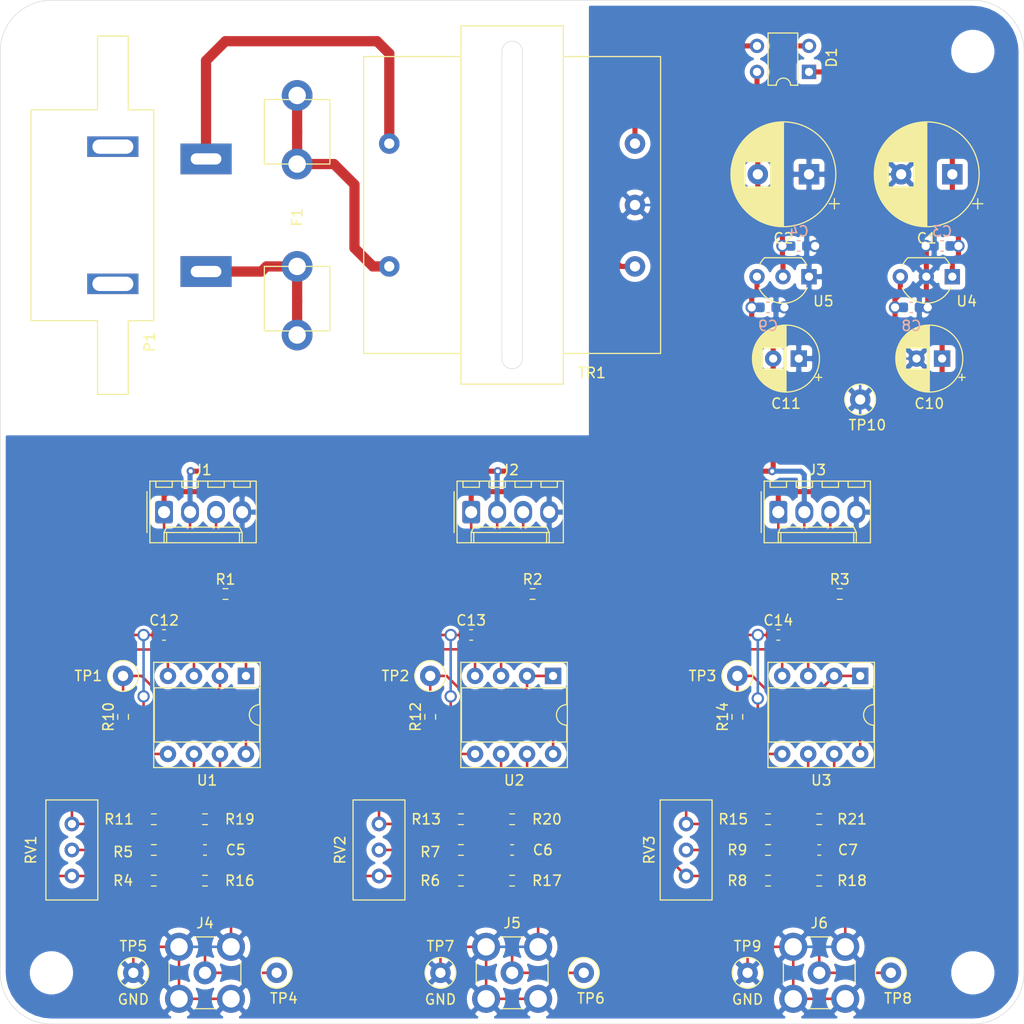
<source format=kicad_pcb>
(kicad_pcb (version 20171130) (host pcbnew "(5.1.10)-1")
  (layers (0 F.Cu signal) (31 B.Cu signal) (34 B.Paste user) (35 F.Paste user) (36 B.SilkS user) (37 F.SilkS user) (38 B.Mask user) (39 F.Mask user) (44 Edge.Cuts user))
  (net 0 "")
  (net 1 "Net-(C1-Pad1)")
  (net 2 GND)
  (net 3 "Net-(C2-Pad2)")
  (net 4 "Net-(C5-Pad2)")
  (net 5 "Net-(C5-Pad1)")
  (net 6 "Net-(C6-Pad2)")
  (net 7 "Net-(C6-Pad1)")
  (net 8 "Net-(C7-Pad1)")
  (net 9 "Net-(C7-Pad2)")
  (net 10 +15V)
  (net 11 -15V)
  (net 12 "Net-(D1-Pad2)")
  (net 13 "Net-(D1-Pad3)")
  (net 14 "Net-(F1-Pad2)")
  (net 15 "Net-(F1-Pad1)")
  (net 16 "Net-(J1-Pad3)")
  (net 17 "Net-(J2-Pad3)")
  (net 18 "Net-(J3-Pad3)")
  (net 19 "Net-(P1-Pad2)")
  (net 20 "Net-(R11-Pad2)")
  (net 21 "Net-(R13-Pad2)")
  (net 22 "Net-(R15-Pad2)")
  (net 23 "Net-(R10-Pad2)")
  (net 24 "Net-(R10-Pad1)")
  (net 25 "Net-(R12-Pad2)")
  (net 26 "Net-(R12-Pad1)")
  (net 27 "Net-(R14-Pad1)")
  (net 28 "Net-(R14-Pad2)")
  (module Package_DIP:DIP-8_W7.62mm_Socket (layer F.Cu) (at 74 116 270)
    (fp_text reference U1 (at 10.2 3.8 180) (layer F.SilkS))
    (fp_text value NJM4580)
    (pad 8 thru_hole oval (at 7.62 0 270) (size 1.6 1.6) (drill 0.8) (layers *.Cu *.Mask) (net 10 +15V))
    (pad 4 thru_hole oval (at 0 7.62 270) (size 1.6 1.6) (drill 0.8) (layers *.Cu *.Mask) (net 11 -15V))
    (pad 7 thru_hole oval (at 7.62 2.54 270) (size 1.6 1.6) (drill 0.8) (layers *.Cu *.Mask) (net 5 "Net-(C5-Pad1)"))
    (pad 3 thru_hole oval (at 0 5.08 270) (size 1.6 1.6) (drill 0.8) (layers *.Cu *.Mask) (net 16 "Net-(J1-Pad3)"))
    (pad 6 thru_hole oval (at 7.62 5.08 270) (size 1.6 1.6) (drill 0.8) (layers *.Cu *.Mask) (net 4 "Net-(C5-Pad2)"))
    (pad 2 thru_hole oval (at 0 2.54 270) (size 1.6 1.6) (drill 0.8) (layers *.Cu *.Mask) (net 23 "Net-(R10-Pad2)"))
    (pad 5 thru_hole oval (at 7.62 7.62 270) (size 1.6 1.6) (drill 0.8) (layers *.Cu *.Mask) (net 24 "Net-(R10-Pad1)"))
    (pad 1 thru_hole rect (at 0 0 270) (size 1.6 1.6) (drill 0.8) (layers *.Cu *.Mask) (net 23 "Net-(R10-Pad2)"))
  )
  (module Capacitor_THT:CP_Radial_D10.0mm_P5.00mm (layer F.Cu) (at 143 67 180)
    (fp_text reference C1 (at 2.5 -6.25) (layer F.SilkS))
    (fp_text value 1000u)
    (pad 1 thru_hole rect (at 0 0 180) (size 2 2) (drill 1) (layers *.Cu *.Mask) (net 1 "Net-(C1-Pad1)"))
    (pad 2 thru_hole circle (at 5 0 180) (size 2 2) (drill 1) (layers *.Cu *.Mask) (net 2 GND))
  )
  (module Capacitor_THT:CP_Radial_D10.0mm_P5.00mm (layer F.Cu) (at 129 67 180)
    (fp_text reference C2 (at 2.5 -6.25) (layer F.SilkS))
    (fp_text value 1000u)
    (pad 2 thru_hole circle (at 5 0 180) (size 2 2) (drill 1) (layers *.Cu *.Mask) (net 3 "Net-(C2-Pad2)"))
    (pad 1 thru_hole rect (at 0 0 180) (size 2 2) (drill 1) (layers *.Cu *.Mask) (net 2 GND))
  )
  (module Capacitor_SMD:C_0603_1608Metric (layer B.Cu) (at 142 74 180)
    (fp_text reference C3 (at 0 1.43) (layer B.SilkS) (effects (justify mirror)))
    (fp_text value 0.1u)
    (pad 1 smd roundrect (at -0.775 0 180) (size 0.9 0.95) (layers B.Cu B.Paste B.Mask) (net 1 "Net-(C1-Pad1)"))
    (pad 2 smd roundrect (at 0.775 0 180) (size 0.9 0.95) (layers B.Cu B.Paste B.Mask) (net 2 GND))
  )
  (module Capacitor_SMD:C_0603_1608Metric (layer B.Cu) (at 128 74 180)
    (fp_text reference C4 (at 0 1.43) (layer B.SilkS) (effects (justify mirror)))
    (fp_text value 0.1u)
    (pad 1 smd roundrect (at -0.775 0 180) (size 0.9 0.95) (layers B.Cu B.Paste B.Mask) (net 2 GND))
    (pad 2 smd roundrect (at 0.775 0 180) (size 0.9 0.95) (layers B.Cu B.Paste B.Mask) (net 3 "Net-(C2-Pad2)"))
  )
  (module Capacitor_SMD:C_0603_1608Metric (layer F.Cu) (at 70 133 180)
    (fp_text reference C5 (at -3 0) (layer F.SilkS))
    (fp_text value 0.01u)
    (pad 2 smd roundrect (at 0.775 0 180) (size 0.9 0.95) (layers F.Cu F.Paste F.Mask) (net 4 "Net-(C5-Pad2)"))
    (pad 1 smd roundrect (at -0.775 0 180) (size 0.9 0.95) (layers F.Cu F.Paste F.Mask) (net 5 "Net-(C5-Pad1)"))
  )
  (module Capacitor_SMD:C_0603_1608Metric (layer F.Cu) (at 100 133 180)
    (fp_text reference C6 (at -3 0) (layer F.SilkS))
    (fp_text value 0.01u)
    (pad 2 smd roundrect (at 0.775 0 180) (size 0.9 0.95) (layers F.Cu F.Paste F.Mask) (net 6 "Net-(C6-Pad2)"))
    (pad 1 smd roundrect (at -0.775 0 180) (size 0.9 0.95) (layers F.Cu F.Paste F.Mask) (net 7 "Net-(C6-Pad1)"))
  )
  (module Capacitor_SMD:C_0603_1608Metric (layer F.Cu) (at 130 133 180)
    (fp_text reference C7 (at -2.8 0) (layer F.SilkS))
    (fp_text value 0.01u)
    (pad 1 smd roundrect (at -0.775 0 180) (size 0.9 0.95) (layers F.Cu F.Paste F.Mask) (net 8 "Net-(C7-Pad1)"))
    (pad 2 smd roundrect (at 0.775 0 180) (size 0.9 0.95) (layers F.Cu F.Paste F.Mask) (net 9 "Net-(C7-Pad2)"))
  )
  (module Capacitor_SMD:C_0603_1608Metric (layer B.Cu) (at 139 80)
    (fp_text reference C8 (at 0 1.8) (layer B.SilkS) (effects (justify mirror)))
    (fp_text value 0.1u)
    (pad 2 smd roundrect (at 0.775 0) (size 0.9 0.95) (layers B.Cu B.Paste B.Mask) (net 2 GND))
    (pad 1 smd roundrect (at -0.775 0) (size 0.9 0.95) (layers B.Cu B.Paste B.Mask) (net 10 +15V))
  )
  (module Capacitor_SMD:C_0603_1608Metric (layer B.Cu) (at 125 80 180)
    (fp_text reference C9 (at 0 -1.8) (layer B.SilkS) (effects (justify mirror)))
    (fp_text value 0.1u)
    (pad 1 smd roundrect (at -0.775 0 180) (size 0.9 0.95) (layers B.Cu B.Paste B.Mask) (net 2 GND))
    (pad 2 smd roundrect (at 0.775 0 180) (size 0.9 0.95) (layers B.Cu B.Paste B.Mask) (net 11 -15V))
  )
  (module Capacitor_THT:CP_Radial_D6.3mm_P2.50mm (layer F.Cu) (at 142 85 180)
    (fp_text reference C10 (at 1.25 -4.4) (layer F.SilkS))
    (fp_text value 100u)
    (pad 1 thru_hole rect (at 0 0 180) (size 1.6 1.6) (drill 0.8) (layers *.Cu *.Mask) (net 10 +15V))
    (pad 2 thru_hole circle (at 2.5 0 180) (size 1.6 1.6) (drill 0.8) (layers *.Cu *.Mask) (net 2 GND))
  )
  (module Capacitor_THT:CP_Radial_D6.3mm_P2.50mm (layer F.Cu) (at 128 85 180)
    (fp_text reference C11 (at 1.25 -4.4) (layer F.SilkS))
    (fp_text value 100u)
    (pad 2 thru_hole circle (at 2.5 0 180) (size 1.6 1.6) (drill 0.8) (layers *.Cu *.Mask) (net 11 -15V))
    (pad 1 thru_hole rect (at 0 0 180) (size 1.6 1.6) (drill 0.8) (layers *.Cu *.Mask) (net 2 GND))
  )
  (module Capacitor_SMD:C_0603_1608Metric (layer F.Cu) (at 66 112)
    (fp_text reference C12 (at 0 -1.43 180) (layer F.SilkS))
    (fp_text value 0.1u)
    (pad 2 smd roundrect (at 0.775 0) (size 0.9 0.95) (layers F.Cu F.Paste F.Mask) (net 11 -15V))
    (pad 1 smd roundrect (at -0.775 0) (size 0.9 0.95) (layers F.Cu F.Paste F.Mask) (net 10 +15V))
  )
  (module Capacitor_SMD:C_0603_1608Metric (layer F.Cu) (at 96 112)
    (fp_text reference C13 (at 0 -1.43) (layer F.SilkS))
    (fp_text value 0.1u)
    (pad 2 smd roundrect (at 0.775 0) (size 0.9 0.95) (layers F.Cu F.Paste F.Mask) (net 11 -15V))
    (pad 1 smd roundrect (at -0.775 0) (size 0.9 0.95) (layers F.Cu F.Paste F.Mask) (net 10 +15V))
  )
  (module Capacitor_SMD:C_0603_1608Metric (layer F.Cu) (at 126 112)
    (fp_text reference C14 (at 0 -1.43) (layer F.SilkS))
    (fp_text value 0.1u)
    (pad 1 smd roundrect (at -0.775 0) (size 0.9 0.95) (layers F.Cu F.Paste F.Mask) (net 10 +15V))
    (pad 2 smd roundrect (at 0.775 0) (size 0.9 0.95) (layers F.Cu F.Paste F.Mask) (net 11 -15V))
  )
  (module Diode_THT:Diode_Bridge_DIP-4_W5.08mm_P2.54mm (layer F.Cu) (at 129 57 180)
    (fp_text reference D1 (at -2.2 1.4 90) (layer F.SilkS))
    (fp_text value S1ZB60-7101)
    (pad 4 thru_hole circle (at 5.08 0 180) (size 1.4 1.4) (drill 0.8) (layers *.Cu *.Mask) (net 3 "Net-(C2-Pad2)"))
    (pad 2 thru_hole circle (at 0 2.54 180) (size 1.4 1.4) (drill 0.8) (layers *.Cu *.Mask) (net 12 "Net-(D1-Pad2)"))
    (pad 3 thru_hole circle (at 5.08 2.54 180) (size 1.4 1.4) (drill 0.8) (layers *.Cu *.Mask) (net 13 "Net-(D1-Pad3)"))
    (pad 1 thru_hole rect (at 0 0 180) (size 1.4 1.4) (drill 0.8) (layers *.Cu *.Mask) (net 1 "Net-(C1-Pad1)"))
  )
  (module myLib:FuseHolder_5.2mm (layer F.Cu) (at 79 71 270)
    (fp_text reference F1 (at 0.2 0 90) (layer F.SilkS))
    (fp_text value Fuse)
    (pad 2 thru_hole circle (at 11.7 0 270) (size 3 3) (drill 1.7) (layers *.Cu *.Mask) (net 14 "Net-(F1-Pad2)"))
    (pad 2 thru_hole circle (at 5 0 270) (size 3 3) (drill 1.7) (layers *.Cu *.Mask) (net 14 "Net-(F1-Pad2)"))
    (pad 1 thru_hole circle (at -5 0 270) (size 3 3) (drill 1.7) (layers *.Cu *.Mask) (net 15 "Net-(F1-Pad1)"))
    (pad 1 thru_hole circle (at -11.7 0) (size 3 3) (drill 1.7) (layers *.Cu *.Mask) (net 15 "Net-(F1-Pad1)"))
  )
  (module Connector_Molex:Molex_KK-254_AE-6410-04A_1x04_P2.54mm_Vertical (layer F.Cu) (at 66 100)
    (fp_text reference J1 (at 3.81 -4.12) (layer F.SilkS))
    (fp_text value HAS-CT1)
    (pad 4 thru_hole oval (at 7.62 0) (size 1.74 2.19) (drill 1.19) (layers *.Cu *.Mask) (net 2 GND))
    (pad 3 thru_hole oval (at 5.08 0) (size 1.74 2.19) (drill 1.19) (layers *.Cu *.Mask) (net 16 "Net-(J1-Pad3)"))
    (pad 2 thru_hole oval (at 2.54 0) (size 1.74 2.19) (drill 1.19) (layers *.Cu *.Mask) (net 11 -15V))
    (pad 1 thru_hole roundrect (at 0 0) (size 1.74 2.19) (drill 1.19) (layers *.Cu *.Mask) (roundrect_rratio 0.143678) (net 10 +15V))
  )
  (module Connector_Molex:Molex_KK-254_AE-6410-04A_1x04_P2.54mm_Vertical (layer F.Cu) (at 96 100)
    (fp_text reference J2 (at 3.81 -4.12) (layer F.SilkS))
    (fp_text value HAS-CT2)
    (pad 1 thru_hole roundrect (at 0 0) (size 1.74 2.19) (drill 1.19) (layers *.Cu *.Mask) (roundrect_rratio 0.143678) (net 10 +15V))
    (pad 2 thru_hole oval (at 2.54 0) (size 1.74 2.19) (drill 1.19) (layers *.Cu *.Mask) (net 11 -15V))
    (pad 3 thru_hole oval (at 5.08 0) (size 1.74 2.19) (drill 1.19) (layers *.Cu *.Mask) (net 17 "Net-(J2-Pad3)"))
    (pad 4 thru_hole oval (at 7.62 0) (size 1.74 2.19) (drill 1.19) (layers *.Cu *.Mask) (net 2 GND))
  )
  (module Connector_Molex:Molex_KK-254_AE-6410-04A_1x04_P2.54mm_Vertical (layer F.Cu) (at 126 100)
    (fp_text reference J3 (at 3.81 -4.12) (layer F.SilkS))
    (fp_text value HAS-CT3)
    (pad 1 thru_hole roundrect (at 0 0) (size 1.74 2.19) (drill 1.19) (layers *.Cu *.Mask) (roundrect_rratio 0.143678) (net 10 +15V))
    (pad 2 thru_hole oval (at 2.54 0) (size 1.74 2.19) (drill 1.19) (layers *.Cu *.Mask) (net 11 -15V))
    (pad 3 thru_hole oval (at 5.08 0) (size 1.74 2.19) (drill 1.19) (layers *.Cu *.Mask) (net 18 "Net-(J3-Pad3)"))
    (pad 4 thru_hole oval (at 7.62 0) (size 1.74 2.19) (drill 1.19) (layers *.Cu *.Mask) (net 2 GND))
  )
  (module Connector_Coaxial:SMB_Jack_Vertical (layer F.Cu) (at 70 145)
    (fp_text reference J4 (at 0 -4.85) (layer F.SilkS))
    (fp_text value SMB)
    (pad 1 thru_hole circle (at 0 0) (size 2.24 2.24) (drill 1.2) (layers *.Cu *.Mask) (net 5 "Net-(C5-Pad1)"))
    (pad 2 thru_hole circle (at -2.54 -2.54) (size 2.74 2.74) (drill 1.7) (layers *.Cu *.Mask) (net 2 GND))
    (pad 2 thru_hole circle (at 2.54 -2.54) (size 2.74 2.74) (drill 1.7) (layers *.Cu *.Mask) (net 2 GND))
    (pad 2 thru_hole circle (at 2.54 2.54) (size 2.74 2.74) (drill 1.7) (layers *.Cu *.Mask) (net 2 GND))
    (pad 2 thru_hole circle (at -2.54 2.54) (size 2.74 2.74) (drill 1.7) (layers *.Cu *.Mask) (net 2 GND))
  )
  (module Connector_Coaxial:SMB_Jack_Vertical (layer F.Cu) (at 100 145)
    (fp_text reference J5 (at 0 -4.85) (layer F.SilkS))
    (fp_text value SMB)
    (pad 2 thru_hole circle (at -2.54 2.54) (size 2.74 2.74) (drill 1.7) (layers *.Cu *.Mask) (net 2 GND))
    (pad 2 thru_hole circle (at 2.54 2.54) (size 2.74 2.74) (drill 1.7) (layers *.Cu *.Mask) (net 2 GND))
    (pad 2 thru_hole circle (at 2.54 -2.54) (size 2.74 2.74) (drill 1.7) (layers *.Cu *.Mask) (net 2 GND))
    (pad 2 thru_hole circle (at -2.54 -2.54) (size 2.74 2.74) (drill 1.7) (layers *.Cu *.Mask) (net 2 GND))
    (pad 1 thru_hole circle (at 0 0) (size 2.24 2.24) (drill 1.2) (layers *.Cu *.Mask) (net 7 "Net-(C6-Pad1)"))
  )
  (module Connector_Coaxial:SMB_Jack_Vertical (layer F.Cu) (at 130 145)
    (fp_text reference J6 (at 0 -4.85) (layer F.SilkS))
    (fp_text value SMB)
    (pad 2 thru_hole circle (at -2.54 2.54) (size 2.74 2.74) (drill 1.7) (layers *.Cu *.Mask) (net 2 GND))
    (pad 2 thru_hole circle (at 2.54 2.54) (size 2.74 2.74) (drill 1.7) (layers *.Cu *.Mask) (net 2 GND))
    (pad 2 thru_hole circle (at 2.54 -2.54) (size 2.74 2.74) (drill 1.7) (layers *.Cu *.Mask) (net 2 GND))
    (pad 2 thru_hole circle (at -2.54 -2.54) (size 2.74 2.74) (drill 1.7) (layers *.Cu *.Mask) (net 2 GND))
    (pad 1 thru_hole circle (at 0 0) (size 2.24 2.24) (drill 1.2) (layers *.Cu *.Mask) (net 8 "Net-(C7-Pad1)"))
  )
  (module myLib:AC-M04PB05 (layer F.Cu) (at 61 71 90)
    (fp_text reference P1 (at -12.4 3.6 90) (layer F.SilkS))
    (fp_text value Conn_WallPlug)
    (pad 1 thru_hole rect (at -5.5 9.1 90) (size 3 5) (drill oval 1.1 3) (layers *.Cu *.Mask) (net 14 "Net-(F1-Pad2)"))
    (pad 2 thru_hole rect (at 5.5 9.1 90) (size 3 5) (drill oval 1.1 3) (layers *.Cu *.Mask) (net 19 "Net-(P1-Pad2)"))
    (pad "" np_thru_hole rect (at -6.7 0 90) (size 2 5) (drill oval 1.4 4) (layers *.Cu *.Mask))
    (pad "" np_thru_hole rect (at 6.7 0 90) (size 2 5) (drill oval 1.4 4) (layers *.Cu *.Mask))
  )
  (module Resistor_SMD:R_0603_1608Metric (layer F.Cu) (at 72 108)
    (fp_text reference R1 (at 0 -1.43) (layer F.SilkS))
    (fp_text value 10k)
    (pad 2 smd roundrect (at 0.825 0) (size 0.8 0.95) (layers F.Cu F.Paste F.Mask) (net 2 GND))
    (pad 1 smd roundrect (at -0.825 0) (size 0.8 0.95) (layers F.Cu F.Paste F.Mask) (net 16 "Net-(J1-Pad3)"))
  )
  (module Resistor_SMD:R_0603_1608Metric (layer F.Cu) (at 102 108)
    (fp_text reference R2 (at 0 -1.43) (layer F.SilkS))
    (fp_text value 10k)
    (pad 2 smd roundrect (at 0.825 0) (size 0.8 0.95) (layers F.Cu F.Paste F.Mask) (net 2 GND))
    (pad 1 smd roundrect (at -0.825 0) (size 0.8 0.95) (layers F.Cu F.Paste F.Mask) (net 17 "Net-(J2-Pad3)"))
  )
  (module Resistor_SMD:R_0603_1608Metric (layer F.Cu) (at 132 108)
    (fp_text reference R3 (at 0 -1.43) (layer F.SilkS))
    (fp_text value 10k)
    (pad 1 smd roundrect (at -0.825 0) (size 0.8 0.95) (layers F.Cu F.Paste F.Mask) (net 18 "Net-(J3-Pad3)"))
    (pad 2 smd roundrect (at 0.825 0) (size 0.8 0.95) (layers F.Cu F.Paste F.Mask) (net 2 GND))
  )
  (module Resistor_SMD:R_0603_1608Metric (layer F.Cu) (at 65 136)
    (fp_text reference R4 (at -3 0) (layer F.SilkS))
    (fp_text value NC)
    (pad 2 smd roundrect (at 0.825 0) (size 0.8 0.95) (layers F.Cu F.Paste F.Mask) (net 20 "Net-(R11-Pad2)"))
    (pad 1 smd roundrect (at -0.825 0) (size 0.8 0.95) (layers F.Cu F.Paste F.Mask) (net 10 +15V))
  )
  (module Resistor_SMD:R_0603_1608Metric (layer F.Cu) (at 65 133 180)
    (fp_text reference R5 (at 3 -0.2) (layer F.SilkS))
    (fp_text value NC)
    (pad 1 smd roundrect (at -0.825 0 180) (size 0.8 0.95) (layers F.Cu F.Paste F.Mask) (net 20 "Net-(R11-Pad2)"))
    (pad 2 smd roundrect (at 0.825 0 180) (size 0.8 0.95) (layers F.Cu F.Paste F.Mask) (net 11 -15V))
  )
  (module Resistor_SMD:R_0603_1608Metric (layer F.Cu) (at 95 136)
    (fp_text reference R6 (at -3 0) (layer F.SilkS))
    (fp_text value NC)
    (pad 1 smd roundrect (at -0.825 0) (size 0.8 0.95) (layers F.Cu F.Paste F.Mask) (net 10 +15V))
    (pad 2 smd roundrect (at 0.825 0) (size 0.8 0.95) (layers F.Cu F.Paste F.Mask) (net 21 "Net-(R13-Pad2)"))
  )
  (module Resistor_SMD:R_0603_1608Metric (layer F.Cu) (at 95 133 180)
    (fp_text reference R7 (at 3 -0.2) (layer F.SilkS))
    (fp_text value NC)
    (pad 2 smd roundrect (at 0.825 0 180) (size 0.8 0.95) (layers F.Cu F.Paste F.Mask) (net 11 -15V))
    (pad 1 smd roundrect (at -0.825 0 180) (size 0.8 0.95) (layers F.Cu F.Paste F.Mask) (net 21 "Net-(R13-Pad2)"))
  )
  (module Resistor_SMD:R_0603_1608Metric (layer F.Cu) (at 125 136)
    (fp_text reference R8 (at -3 0) (layer F.SilkS))
    (fp_text value NC)
    (pad 2 smd roundrect (at 0.825 0) (size 0.8 0.95) (layers F.Cu F.Paste F.Mask) (net 22 "Net-(R15-Pad2)"))
    (pad 1 smd roundrect (at -0.825 0) (size 0.8 0.95) (layers F.Cu F.Paste F.Mask) (net 10 +15V))
  )
  (module Resistor_SMD:R_0603_1608Metric (layer F.Cu) (at 125 133 180)
    (fp_text reference R9 (at 3 0) (layer F.SilkS))
    (fp_text value NC)
    (pad 2 smd roundrect (at 0.825 0 180) (size 0.8 0.95) (layers F.Cu F.Paste F.Mask) (net 11 -15V))
    (pad 1 smd roundrect (at -0.825 0 180) (size 0.8 0.95) (layers F.Cu F.Paste F.Mask) (net 22 "Net-(R15-Pad2)"))
  )
  (module Resistor_SMD:R_0603_1608Metric (layer F.Cu) (at 62 120 90)
    (fp_text reference R10 (at 0 -1.43 90) (layer F.SilkS))
    (fp_text value 0R)
    (pad 2 smd roundrect (at 0.825 0 90) (size 0.8 0.95) (layers F.Cu F.Paste F.Mask) (net 23 "Net-(R10-Pad2)"))
    (pad 1 smd roundrect (at -0.825 0 90) (size 0.8 0.95) (layers F.Cu F.Paste F.Mask) (net 24 "Net-(R10-Pad1)"))
  )
  (module Resistor_SMD:R_0603_1608Metric (layer F.Cu) (at 65 130 180)
    (fp_text reference R11 (at 3.4 0) (layer F.SilkS))
    (fp_text value 1M)
    (pad 1 smd roundrect (at -0.825 0 180) (size 0.8 0.95) (layers F.Cu F.Paste F.Mask) (net 4 "Net-(C5-Pad2)"))
    (pad 2 smd roundrect (at 0.825 0 180) (size 0.8 0.95) (layers F.Cu F.Paste F.Mask) (net 20 "Net-(R11-Pad2)"))
  )
  (module Resistor_SMD:R_0603_1608Metric (layer F.Cu) (at 92 120 90)
    (fp_text reference R12 (at 0 -1.43 90) (layer F.SilkS))
    (fp_text value 0R)
    (pad 2 smd roundrect (at 0.825 0 90) (size 0.8 0.95) (layers F.Cu F.Paste F.Mask) (net 25 "Net-(R12-Pad2)"))
    (pad 1 smd roundrect (at -0.825 0 90) (size 0.8 0.95) (layers F.Cu F.Paste F.Mask) (net 26 "Net-(R12-Pad1)"))
  )
  (module Resistor_SMD:R_0603_1608Metric (layer F.Cu) (at 95 130 180)
    (fp_text reference R13 (at 3.4 0) (layer F.SilkS))
    (fp_text value 1M)
    (pad 1 smd roundrect (at -0.825 0 180) (size 0.8 0.95) (layers F.Cu F.Paste F.Mask) (net 6 "Net-(C6-Pad2)"))
    (pad 2 smd roundrect (at 0.825 0 180) (size 0.8 0.95) (layers F.Cu F.Paste F.Mask) (net 21 "Net-(R13-Pad2)"))
  )
  (module Resistor_SMD:R_0603_1608Metric (layer F.Cu) (at 122 120 90)
    (fp_text reference R14 (at 0 -1.43 90) (layer F.SilkS))
    (fp_text value 0R)
    (pad 1 smd roundrect (at -0.825 0 90) (size 0.8 0.95) (layers F.Cu F.Paste F.Mask) (net 27 "Net-(R14-Pad1)"))
    (pad 2 smd roundrect (at 0.825 0 90) (size 0.8 0.95) (layers F.Cu F.Paste F.Mask) (net 28 "Net-(R14-Pad2)"))
  )
  (module Resistor_SMD:R_0603_1608Metric (layer F.Cu) (at 125 130 180)
    (fp_text reference R15 (at 3.4 0) (layer F.SilkS))
    (fp_text value 1M)
    (pad 1 smd roundrect (at -0.825 0 180) (size 0.8 0.95) (layers F.Cu F.Paste F.Mask) (net 9 "Net-(C7-Pad2)"))
    (pad 2 smd roundrect (at 0.825 0 180) (size 0.8 0.95) (layers F.Cu F.Paste F.Mask) (net 22 "Net-(R15-Pad2)"))
  )
  (module Resistor_SMD:R_0603_1608Metric (layer F.Cu) (at 70 136)
    (fp_text reference R16 (at 3.4 0) (layer F.SilkS))
    (fp_text value 40k)
    (pad 1 smd roundrect (at -0.825 0) (size 0.8 0.95) (layers F.Cu F.Paste F.Mask) (net 4 "Net-(C5-Pad2)"))
    (pad 2 smd roundrect (at 0.825 0) (size 0.8 0.95) (layers F.Cu F.Paste F.Mask) (net 2 GND))
  )
  (module Resistor_SMD:R_0603_1608Metric (layer F.Cu) (at 100 136)
    (fp_text reference R17 (at 3.4 0) (layer F.SilkS))
    (fp_text value 40k)
    (pad 2 smd roundrect (at 0.825 0) (size 0.8 0.95) (layers F.Cu F.Paste F.Mask) (net 2 GND))
    (pad 1 smd roundrect (at -0.825 0) (size 0.8 0.95) (layers F.Cu F.Paste F.Mask) (net 6 "Net-(C6-Pad2)"))
  )
  (module Resistor_SMD:R_0603_1608Metric (layer F.Cu) (at 130 136)
    (fp_text reference R18 (at 3.2 0) (layer F.SilkS))
    (fp_text value 40k)
    (pad 1 smd roundrect (at -0.825 0) (size 0.8 0.95) (layers F.Cu F.Paste F.Mask) (net 9 "Net-(C7-Pad2)"))
    (pad 2 smd roundrect (at 0.825 0) (size 0.8 0.95) (layers F.Cu F.Paste F.Mask) (net 2 GND))
  )
  (module Resistor_SMD:R_0603_1608Metric (layer F.Cu) (at 70 130 180)
    (fp_text reference R19 (at -3.4 0) (layer F.SilkS))
    (fp_text value 10k)
    (pad 1 smd roundrect (at -0.825 0 180) (size 0.8 0.95) (layers F.Cu F.Paste F.Mask) (net 5 "Net-(C5-Pad1)"))
    (pad 2 smd roundrect (at 0.825 0 180) (size 0.8 0.95) (layers F.Cu F.Paste F.Mask) (net 4 "Net-(C5-Pad2)"))
  )
  (module Resistor_SMD:R_0603_1608Metric (layer F.Cu) (at 100 130 180)
    (fp_text reference R20 (at -3.4 0) (layer F.SilkS))
    (fp_text value 10k)
    (pad 2 smd roundrect (at 0.825 0 180) (size 0.8 0.95) (layers F.Cu F.Paste F.Mask) (net 6 "Net-(C6-Pad2)"))
    (pad 1 smd roundrect (at -0.825 0 180) (size 0.8 0.95) (layers F.Cu F.Paste F.Mask) (net 7 "Net-(C6-Pad1)"))
  )
  (module Resistor_SMD:R_0603_1608Metric (layer F.Cu) (at 130 130 180)
    (fp_text reference R21 (at -3.2 0) (layer F.SilkS))
    (fp_text value 10k)
    (pad 1 smd roundrect (at -0.825 0 180) (size 0.8 0.95) (layers F.Cu F.Paste F.Mask) (net 8 "Net-(C7-Pad1)"))
    (pad 2 smd roundrect (at 0.825 0 180) (size 0.8 0.95) (layers F.Cu F.Paste F.Mask) (net 9 "Net-(C7-Pad2)"))
  )
  (module Potentiometer_THT:Potentiometer_Bourns_3296W_Vertical (layer F.Cu) (at 57 135.54 270)
    (fp_text reference RV1 (at -2.54 4 90) (layer F.SilkS))
    (fp_text value 10k)
    (pad 3 thru_hole circle (at -5.08 0 270) (size 1.44 1.44) (drill 0.8) (layers *.Cu *.Mask) (net 11 -15V))
    (pad 2 thru_hole circle (at -2.54 0 270) (size 1.44 1.44) (drill 0.8) (layers *.Cu *.Mask) (net 20 "Net-(R11-Pad2)"))
    (pad 1 thru_hole circle (at 0 0 270) (size 1.44 1.44) (drill 0.8) (layers *.Cu *.Mask) (net 10 +15V))
  )
  (module Potentiometer_THT:Potentiometer_Bourns_3296W_Vertical (layer F.Cu) (at 87 135.54 270)
    (fp_text reference RV2 (at -2.54 3.8 90) (layer F.SilkS))
    (fp_text value 10k)
    (pad 1 thru_hole circle (at 0 0 270) (size 1.44 1.44) (drill 0.8) (layers *.Cu *.Mask) (net 10 +15V))
    (pad 2 thru_hole circle (at -2.54 0 270) (size 1.44 1.44) (drill 0.8) (layers *.Cu *.Mask) (net 21 "Net-(R13-Pad2)"))
    (pad 3 thru_hole circle (at -5.08 0 270) (size 1.44 1.44) (drill 0.8) (layers *.Cu *.Mask) (net 11 -15V))
  )
  (module Potentiometer_THT:Potentiometer_Bourns_3296W_Vertical (layer F.Cu) (at 117 135.54 270)
    (fp_text reference RV3 (at -2.54 3.6 90) (layer F.SilkS))
    (fp_text value 10k)
    (pad 1 thru_hole circle (at 0 0 270) (size 1.44 1.44) (drill 0.8) (layers *.Cu *.Mask) (net 10 +15V))
    (pad 2 thru_hole circle (at -2.54 0 270) (size 1.44 1.44) (drill 0.8) (layers *.Cu *.Mask) (net 22 "Net-(R15-Pad2)"))
    (pad 3 thru_hole circle (at -5.08 0 270) (size 1.44 1.44) (drill 0.8) (layers *.Cu *.Mask) (net 11 -15V))
  )
  (module TestPoint:TestPoint_Loop_D1.80mm_Drill1.0mm_Beaded (layer F.Cu) (at 62 116)
    (fp_text reference TP1 (at -3.4 0) (layer F.SilkS))
    (fp_text value TP)
    (pad 1 thru_hole circle (at 0 0) (size 2 2) (drill 1) (layers *.Cu *.Mask) (net 23 "Net-(R10-Pad2)"))
  )
  (module TestPoint:TestPoint_Loop_D1.80mm_Drill1.0mm_Beaded (layer F.Cu) (at 92 116)
    (fp_text reference TP2 (at -3.4 0) (layer F.SilkS))
    (fp_text value TP)
    (pad 1 thru_hole circle (at 0 0) (size 2 2) (drill 1) (layers *.Cu *.Mask) (net 25 "Net-(R12-Pad2)"))
  )
  (module TestPoint:TestPoint_Loop_D1.80mm_Drill1.0mm_Beaded (layer F.Cu) (at 122 116)
    (fp_text reference TP3 (at -3.4 0) (layer F.SilkS))
    (fp_text value TP)
    (pad 1 thru_hole circle (at 0 0) (size 2 2) (drill 1) (layers *.Cu *.Mask) (net 28 "Net-(R14-Pad2)"))
  )
  (module TestPoint:TestPoint_Loop_D1.80mm_Drill1.0mm_Beaded (layer F.Cu) (at 77 145)
    (fp_text reference TP4 (at 0.7 2.5) (layer F.SilkS))
    (fp_text value TP)
    (pad 1 thru_hole circle (at 0 0) (size 2 2) (drill 1) (layers *.Cu *.Mask) (net 5 "Net-(C5-Pad1)"))
  )
  (module TestPoint:TestPoint_Loop_D1.80mm_Drill1.0mm_Beaded (layer F.Cu) (at 63 145)
    (fp_text reference TP5 (at 0 -2.6) (layer F.SilkS))
    (fp_text value GND)
    (pad 1 thru_hole circle (at 0 0) (size 2 2) (drill 1) (layers *.Cu *.Mask) (net 2 GND))
  )
  (module TestPoint:TestPoint_Loop_D1.80mm_Drill1.0mm_Beaded (layer F.Cu) (at 107 145)
    (fp_text reference TP6 (at 0.7 2.5) (layer F.SilkS))
    (fp_text value TP)
    (pad 1 thru_hole circle (at 0 0) (size 2 2) (drill 1) (layers *.Cu *.Mask) (net 7 "Net-(C6-Pad1)"))
  )
  (module TestPoint:TestPoint_Loop_D1.80mm_Drill1.0mm_Beaded (layer F.Cu) (at 93 145)
    (fp_text reference TP7 (at 0 -2.6) (layer F.SilkS))
    (fp_text value GND)
    (pad 1 thru_hole circle (at 0 0) (size 2 2) (drill 1) (layers *.Cu *.Mask) (net 2 GND))
  )
  (module TestPoint:TestPoint_Loop_D1.80mm_Drill1.0mm_Beaded (layer F.Cu) (at 137 145)
    (fp_text reference TP8 (at 0.7 2.5) (layer F.SilkS))
    (fp_text value TP)
    (pad 1 thru_hole circle (at 0 0) (size 2 2) (drill 1) (layers *.Cu *.Mask) (net 8 "Net-(C7-Pad1)"))
  )
  (module TestPoint:TestPoint_Loop_D1.80mm_Drill1.0mm_Beaded (layer F.Cu) (at 123 145)
    (fp_text reference TP9 (at 0 -2.6) (layer F.SilkS))
    (fp_text value GND)
    (pad 1 thru_hole circle (at 0 0) (size 2 2) (drill 1) (layers *.Cu *.Mask) (net 2 GND))
  )
  (module TestPoint:TestPoint_Loop_D1.80mm_Drill1.0mm_Beaded (layer F.Cu) (at 134 89)
    (fp_text reference TP10 (at 0.7 2.5) (layer F.SilkS))
    (fp_text value GND)
    (pad 1 thru_hole circle (at 0 0) (size 2 2) (drill 1) (layers *.Cu *.Mask) (net 2 GND))
  )
  (module myLib:HP-155 (layer F.Cu) (at 100 70 270)
    (fp_text reference TR1 (at 16.4 -7.8 180) (layer F.SilkS))
    (fp_text value HP-155)
    (pad 1 thru_hole circle (at -6 -12 270) (size 2 2) (drill 1) (layers *.Cu *.Mask) (net 13 "Net-(D1-Pad3)"))
    (pad 2 thru_hole circle (at 0 -12 270) (size 2 2) (drill 1) (layers *.Cu *.Mask) (net 2 GND))
    (pad 3 thru_hole circle (at 6 -12 270) (size 2 2) (drill 1) (layers *.Cu *.Mask) (net 12 "Net-(D1-Pad2)"))
    (pad 4 thru_hole circle (at -6 12 270) (size 2 2) (drill 1) (layers *.Cu *.Mask) (net 19 "Net-(P1-Pad2)"))
    (pad 5 thru_hole circle (at 6 12 270) (size 2 2) (drill 1) (layers *.Cu *.Mask) (net 15 "Net-(F1-Pad1)"))
  )
  (module Package_DIP:DIP-8_W7.62mm_Socket (layer F.Cu) (at 104 116 270)
    (fp_text reference U2 (at 10.2 3.8 180) (layer F.SilkS))
    (fp_text value NJM4580)
    (pad 1 thru_hole rect (at 0 0 270) (size 1.6 1.6) (drill 0.8) (layers *.Cu *.Mask) (net 25 "Net-(R12-Pad2)"))
    (pad 5 thru_hole oval (at 7.62 7.62 270) (size 1.6 1.6) (drill 0.8) (layers *.Cu *.Mask) (net 26 "Net-(R12-Pad1)"))
    (pad 2 thru_hole oval (at 0 2.54 270) (size 1.6 1.6) (drill 0.8) (layers *.Cu *.Mask) (net 25 "Net-(R12-Pad2)"))
    (pad 6 thru_hole oval (at 7.62 5.08 270) (size 1.6 1.6) (drill 0.8) (layers *.Cu *.Mask) (net 6 "Net-(C6-Pad2)"))
    (pad 3 thru_hole oval (at 0 5.08 270) (size 1.6 1.6) (drill 0.8) (layers *.Cu *.Mask) (net 17 "Net-(J2-Pad3)"))
    (pad 7 thru_hole oval (at 7.62 2.54 270) (size 1.6 1.6) (drill 0.8) (layers *.Cu *.Mask) (net 7 "Net-(C6-Pad1)"))
    (pad 4 thru_hole oval (at 0 7.62 270) (size 1.6 1.6) (drill 0.8) (layers *.Cu *.Mask) (net 11 -15V))
    (pad 8 thru_hole oval (at 7.62 0 270) (size 1.6 1.6) (drill 0.8) (layers *.Cu *.Mask) (net 10 +15V))
  )
  (module Package_DIP:DIP-8_W7.62mm_Socket (layer F.Cu) (at 134 116 270)
    (fp_text reference U3 (at 10.2 3.8 180) (layer F.SilkS))
    (fp_text value NJM4580)
    (pad 1 thru_hole rect (at 0 0 270) (size 1.6 1.6) (drill 0.8) (layers *.Cu *.Mask) (net 28 "Net-(R14-Pad2)"))
    (pad 5 thru_hole oval (at 7.62 7.62 270) (size 1.6 1.6) (drill 0.8) (layers *.Cu *.Mask) (net 27 "Net-(R14-Pad1)"))
    (pad 2 thru_hole oval (at 0 2.54 270) (size 1.6 1.6) (drill 0.8) (layers *.Cu *.Mask) (net 28 "Net-(R14-Pad2)"))
    (pad 6 thru_hole oval (at 7.62 5.08 270) (size 1.6 1.6) (drill 0.8) (layers *.Cu *.Mask) (net 9 "Net-(C7-Pad2)"))
    (pad 3 thru_hole oval (at 0 5.08 270) (size 1.6 1.6) (drill 0.8) (layers *.Cu *.Mask) (net 18 "Net-(J3-Pad3)"))
    (pad 7 thru_hole oval (at 7.62 2.54 270) (size 1.6 1.6) (drill 0.8) (layers *.Cu *.Mask) (net 8 "Net-(C7-Pad1)"))
    (pad 4 thru_hole oval (at 0 7.62 270) (size 1.6 1.6) (drill 0.8) (layers *.Cu *.Mask) (net 11 -15V))
    (pad 8 thru_hole oval (at 7.62 0 270) (size 1.6 1.6) (drill 0.8) (layers *.Cu *.Mask) (net 10 +15V))
  )
  (module Package_TO_SOT_THT:TO-92_Inline_Wide (layer F.Cu) (at 143 77 180)
    (fp_text reference U4 (at -1.4 -2.4) (layer F.SilkS))
    (fp_text value LM78L15)
    (pad 1 thru_hole rect (at 0 0 180) (size 1.5 1.5) (drill 0.8) (layers *.Cu *.Mask) (net 1 "Net-(C1-Pad1)"))
    (pad 3 thru_hole circle (at 5.08 0 180) (size 1.5 1.5) (drill 0.8) (layers *.Cu *.Mask) (net 10 +15V))
    (pad 2 thru_hole circle (at 2.54 0 180) (size 1.5 1.5) (drill 0.8) (layers *.Cu *.Mask) (net 2 GND))
  )
  (module Package_TO_SOT_THT:TO-92_Inline_Wide (layer F.Cu) (at 129 77 180)
    (fp_text reference U5 (at -1.4 -2.4) (layer F.SilkS))
    (fp_text value LM79L15)
    (pad 2 thru_hole circle (at 2.54 0 180) (size 1.5 1.5) (drill 0.8) (layers *.Cu *.Mask) (net 3 "Net-(C2-Pad2)"))
    (pad 3 thru_hole circle (at 5.08 0 180) (size 1.5 1.5) (drill 0.8) (layers *.Cu *.Mask) (net 11 -15V))
    (pad 1 thru_hole rect (at 0 0 180) (size 1.5 1.5) (drill 0.8) (layers *.Cu *.Mask) (net 2 GND))
  )
  (module myLib:MountingHole_3.2mm_M3_noResist (layer F.Cu) (at 55 55)
    (fp_text reference H1 hide)
    (fp_text value MountingHole)
    (pad "" np_thru_hole circle (at 0 0) (size 3.2 3.2) (drill 3.2) (layers *.Cu *.Mask))
  )
  (module myLib:MountingHole_3.2mm_M3_noResist (layer F.Cu) (at 55 145)
    (fp_text reference H2 hide)
    (fp_text value MountingHole)
    (pad "" np_thru_hole circle (at 0 0) (size 3.2 3.2) (drill 3.2) (layers *.Cu *.Mask))
  )
  (module myLib:MountingHole_3.2mm_M3_noResist (layer F.Cu) (at 145 55)
    (fp_text reference H3 hide)
    (fp_text value MountingHole)
    (pad "" np_thru_hole circle (at 0 0) (size 3.2 3.2) (drill 3.2) (layers *.Cu *.Mask))
  )
  (module myLib:MountingHole_3.2mm_M3_noResist (layer F.Cu) (at 145 145)
    (fp_text reference H4 hide)
    (fp_text value MountingHole)
    (pad "" np_thru_hole circle (at 0 0) (size 3.2 3.2) (drill 3.2) (layers *.Cu *.Mask))
  )
  (gr_text GND (at 63 147.6) (layer F.SilkS) (effects (font (size 1 1))))
  (gr_text GND (at 93 147.6) (layer F.SilkS) (effects (font (size 1 1))))
  (gr_text GND (at 123 147.6) (layer F.SilkS) (effects (font (size 1 1))))
  (gr_arc (start 100 85) (end 99 85) (angle -180) (layer Edge.Cuts) (width 0.05))
  (gr_line (start 99 85) (end 99 55) (layer Edge.Cuts) (width 0.05))
  (gr_line (start 101 85) (end 101 55) (layer Edge.Cuts) (width 0.05))
  (gr_arc (start 100 55) (end 101 55) (angle -180) (layer Edge.Cuts) (width 0.05))
  (gr_arc (start 145 55) (end 150 55) (angle -90) (layer Edge.Cuts) (width 0.05))
  (gr_arc (start 145 145) (end 145 150) (angle -90) (layer Edge.Cuts) (width 0.05))
  (gr_arc (start 55 145) (end 50 145) (angle -90) (layer Edge.Cuts) (width 0.05))
  (gr_arc (start 55 55) (end 55 50) (angle -90) (layer Edge.Cuts) (width 0.05))
  (gr_line (start 145 50) (end 55 50) (layer Edge.Cuts) (width 0.05))
  (gr_line (start 150 145) (end 150 55) (layer Edge.Cuts) (width 0.05))
  (gr_line (start 55 150) (end 145 150) (layer Edge.Cuts) (width 0.05))
  (gr_line (start 50 55) (end 50 145) (layer Edge.Cuts) (width 0.05))
  (segment (start 139.8 57) (end 129 57) (width 0.5) (layer F.Cu) (net 1))
  (segment (start 143 60.2) (end 139.8 57) (width 0.5) (layer F.Cu) (net 1))
  (segment (start 143 67) (end 143 60.2) (width 0.5) (layer F.Cu) (net 1))
  (via (at 143.6 74) (size 1.2) (drill 0.8) (layers F.Cu B.Cu) (net 1))
  (segment (start 142.775 74) (end 143.6 74) (width 0.25) (layer B.Cu) (net 1))
  (segment (start 143.6 70.6) (end 143.6 74) (width 0.5) (layer F.Cu) (net 1))
  (segment (start 143 70) (end 143.6 70.6) (width 0.5) (layer F.Cu) (net 1))
  (segment (start 143 67) (end 143 70) (width 0.5) (layer F.Cu) (net 1))
  (segment (start 143.6 74) (end 143.6 75) (width 0.5) (layer F.Cu) (net 1))
  (segment (start 143 75.6) (end 143.6 75) (width 0.5) (layer F.Cu) (net 1))
  (segment (start 143 77) (end 143 75.6) (width 0.5) (layer F.Cu) (net 1))
  (segment (start 73.62 100) (end 73.62 105.18) (width 0.25) (layer F.Cu) (net 2))
  (segment (start 72.825 105.975) (end 73.62 105.18) (width 0.25) (layer F.Cu) (net 2))
  (segment (start 72.825 108) (end 72.825 105.975) (width 0.25) (layer F.Cu) (net 2))
  (segment (start 63 142.6) (end 63 145) (width 0.25) (layer F.Cu) (net 2))
  (segment (start 63.14 142.46) (end 63 142.6) (width 0.25) (layer F.Cu) (net 2))
  (segment (start 67.46 142.46) (end 63.14 142.46) (width 0.25) (layer F.Cu) (net 2))
  (segment (start 72 136) (end 70.825 136) (width 0.25) (layer F.Cu) (net 2))
  (segment (start 72.54 147.54) (end 70.06 147.54) (width 0.25) (layer F.Cu) (net 2))
  (segment (start 67.46 147.54) (end 70.06 147.54) (width 0.25) (layer F.Cu) (net 2))
  (segment (start 67.46 142.46) (end 67.46 144.94) (width 0.25) (layer F.Cu) (net 2))
  (segment (start 67.46 147.54) (end 67.46 144.94) (width 0.25) (layer F.Cu) (net 2))
  (segment (start 72.825 108) (end 72.825 111.225) (width 0.25) (layer F.Cu) (net 2))
  (segment (start 72.825 111.225) (end 73.6 112) (width 0.25) (layer F.Cu) (net 2))
  (segment (start 73.6 112) (end 77.2 112) (width 0.25) (layer F.Cu) (net 2))
  (segment (start 77.2 112) (end 78 112.8) (width 0.25) (layer F.Cu) (net 2))
  (segment (start 78 112.8) (end 78 135.4) (width 0.25) (layer F.Cu) (net 2))
  (segment (start 77.4 136) (end 72 136) (width 0.25) (layer F.Cu) (net 2))
  (segment (start 78 135.4) (end 77.4 136) (width 0.25) (layer F.Cu) (net 2))
  (segment (start 72.54 136) (end 72 136) (width 0.25) (layer F.Cu) (net 2))
  (segment (start 72.54 142.46) (end 72.54 136) (width 0.25) (layer F.Cu) (net 2))
  (segment (start 103.62 100) (end 103.62 105.18) (width 0.25) (layer F.Cu) (net 2))
  (segment (start 102.825 108) (end 102.825 105.975) (width 0.25) (layer F.Cu) (net 2))
  (segment (start 102.825 105.975) (end 103.62 105.18) (width 0.25) (layer F.Cu) (net 2))
  (segment (start 93 145) (end 93 142.6) (width 0.25) (layer F.Cu) (net 2))
  (segment (start 93.14 142.46) (end 93 142.6) (width 0.25) (layer F.Cu) (net 2))
  (segment (start 97.46 142.46) (end 93.14 142.46) (width 0.25) (layer F.Cu) (net 2))
  (segment (start 97.46 142.46) (end 97.46 145.14) (width 0.25) (layer F.Cu) (net 2))
  (segment (start 97.46 147.54) (end 97.46 145.14) (width 0.25) (layer F.Cu) (net 2))
  (segment (start 97.46 147.54) (end 99.94 147.54) (width 0.25) (layer F.Cu) (net 2))
  (segment (start 102.54 147.54) (end 99.94 147.54) (width 0.25) (layer F.Cu) (net 2))
  (segment (start 132.825 108) (end 132.825 105.975) (width 0.25) (layer F.Cu) (net 2))
  (segment (start 133.62 105.18) (end 132.825 105.975) (width 0.25) (layer F.Cu) (net 2))
  (segment (start 133.62 100) (end 133.62 105.18) (width 0.25) (layer F.Cu) (net 2))
  (segment (start 127.46 142.46) (end 127.46 145.26) (width 0.25) (layer F.Cu) (net 2))
  (segment (start 127.46 147.54) (end 127.46 145.26) (width 0.25) (layer F.Cu) (net 2))
  (segment (start 127.46 147.54) (end 129.94 147.54) (width 0.25) (layer F.Cu) (net 2))
  (segment (start 132.54 147.54) (end 129.94 147.54) (width 0.25) (layer F.Cu) (net 2))
  (segment (start 102.54 136.06) (end 102.6 136) (width 0.25) (layer F.Cu) (net 2))
  (segment (start 102.54 142.46) (end 102.54 136.06) (width 0.25) (layer F.Cu) (net 2))
  (segment (start 100.825 136) (end 102.6 136) (width 0.25) (layer F.Cu) (net 2))
  (segment (start 132.54 136.06) (end 132.6 136) (width 0.25) (layer F.Cu) (net 2))
  (segment (start 132.54 142.46) (end 132.54 136.06) (width 0.25) (layer F.Cu) (net 2))
  (segment (start 132.6 136) (end 130.825 136) (width 0.25) (layer F.Cu) (net 2))
  (segment (start 123.14 142.46) (end 123 142.6) (width 0.25) (layer F.Cu) (net 2))
  (segment (start 123 142.6) (end 123 145) (width 0.25) (layer F.Cu) (net 2))
  (segment (start 127.46 142.46) (end 123.14 142.46) (width 0.25) (layer F.Cu) (net 2))
  (segment (start 128 85) (end 134 85) (width 0.25) (layer B.Cu) (net 2))
  (segment (start 134 89) (end 134 85) (width 0.25) (layer B.Cu) (net 2))
  (via (at 140.4 74) (size 1.2) (drill 0.8) (layers F.Cu B.Cu) (net 2))
  (segment (start 141.225 74) (end 140.4 74) (width 0.25) (layer B.Cu) (net 2))
  (segment (start 140.46 74.06) (end 140.4 74) (width 0.25) (layer F.Cu) (net 2))
  (segment (start 140.46 77) (end 140.46 74.06) (width 0.5) (layer F.Cu) (net 2))
  (via (at 140.6 80) (size 1.2) (drill 0.8) (layers F.Cu B.Cu) (net 2))
  (segment (start 139.775 80) (end 140.6 80) (width 0.25) (layer B.Cu) (net 2))
  (segment (start 140.6 78.8) (end 140.6 80) (width 0.5) (layer F.Cu) (net 2))
  (segment (start 140.46 78.66) (end 140.6 78.8) (width 0.5) (layer F.Cu) (net 2))
  (segment (start 140.46 77) (end 140.46 78.66) (width 0.5) (layer F.Cu) (net 2))
  (segment (start 139.5 85) (end 134 85) (width 0.25) (layer B.Cu) (net 2))
  (segment (start 133.62 100) (end 133.62 95.98) (width 0.25) (layer B.Cu) (net 2))
  (segment (start 134 93.6) (end 134 89) (width 0.25) (layer B.Cu) (net 2))
  (segment (start 133.62 93.98) (end 134 93.6) (width 0.25) (layer B.Cu) (net 2))
  (segment (start 133.62 95.98) (end 133.62 93.98) (width 0.25) (layer B.Cu) (net 2))
  (segment (start 103.62 94.18) (end 103.8 94) (width 0.25) (layer B.Cu) (net 2))
  (segment (start 103.62 100) (end 103.62 94.18) (width 0.25) (layer B.Cu) (net 2))
  (segment (start 73.62 94.18) (end 73.62 100) (width 0.25) (layer B.Cu) (net 2))
  (segment (start 73.8 94) (end 73.62 94.18) (width 0.25) (layer B.Cu) (net 2))
  (segment (start 133.62 94) (end 73.8 94) (width 0.25) (layer B.Cu) (net 2))
  (segment (start 132.54 142.46) (end 130.46 142.46) (width 0.25) (layer B.Cu) (net 2))
  (segment (start 127.46 142.46) (end 130.46 142.46) (width 0.25) (layer B.Cu) (net 2))
  (segment (start 97.46 142.46) (end 100.46 142.46) (width 0.25) (layer B.Cu) (net 2))
  (segment (start 102.54 142.46) (end 100.46 142.46) (width 0.25) (layer B.Cu) (net 2))
  (segment (start 67.46 142.46) (end 70.46 142.46) (width 0.25) (layer B.Cu) (net 2))
  (segment (start 72.54 142.46) (end 70.46 142.46) (width 0.25) (layer B.Cu) (net 2))
  (segment (start 108 135.4) (end 107.4 136) (width 0.25) (layer F.Cu) (net 2))
  (segment (start 107.4 136) (end 102.6 136) (width 0.25) (layer F.Cu) (net 2))
  (segment (start 108 112.8) (end 108 135.4) (width 0.25) (layer F.Cu) (net 2))
  (segment (start 107.2 112) (end 108 112.8) (width 0.25) (layer F.Cu) (net 2))
  (segment (start 103.6 112) (end 107.2 112) (width 0.25) (layer F.Cu) (net 2))
  (segment (start 102.825 111.225) (end 103.6 112) (width 0.25) (layer F.Cu) (net 2))
  (segment (start 102.825 108) (end 102.825 111.225) (width 0.25) (layer F.Cu) (net 2))
  (segment (start 137.2 136) (end 132.6 136) (width 0.25) (layer F.Cu) (net 2))
  (segment (start 138 135.2) (end 137.2 136) (width 0.25) (layer F.Cu) (net 2))
  (segment (start 138 112.8) (end 138 135.2) (width 0.25) (layer F.Cu) (net 2))
  (segment (start 137.2 112) (end 138 112.8) (width 0.25) (layer F.Cu) (net 2))
  (segment (start 133.6 112) (end 137.2 112) (width 0.25) (layer F.Cu) (net 2))
  (segment (start 132.825 111.225) (end 133.6 112) (width 0.25) (layer F.Cu) (net 2))
  (segment (start 132.825 108) (end 132.825 111.225) (width 0.25) (layer F.Cu) (net 2))
  (via (at 126.6 80) (size 1.2) (drill 0.8) (layers F.Cu B.Cu) (net 2))
  (segment (start 126.6 80) (end 134 80) (width 0.25) (layer B.Cu) (net 2))
  (segment (start 134 85) (end 134 80) (width 0.25) (layer B.Cu) (net 2))
  (segment (start 125.775 80) (end 126.6 80) (width 0.25) (layer B.Cu) (net 2))
  (segment (start 134 80) (end 134 77) (width 0.25) (layer B.Cu) (net 2))
  (segment (start 129 77) (end 134 77) (width 0.25) (layer B.Cu) (net 2))
  (segment (start 134 77) (end 134 74) (width 0.25) (layer B.Cu) (net 2))
  (segment (start 140.4 74) (end 134 74) (width 0.25) (layer B.Cu) (net 2))
  (via (at 129.6 74) (size 1.2) (drill 0.8) (layers F.Cu B.Cu) (net 2))
  (segment (start 129.6 74) (end 134 74) (width 0.25) (layer B.Cu) (net 2))
  (segment (start 128.775 74) (end 129.6 74) (width 0.25) (layer B.Cu) (net 2))
  (segment (start 134 74) (end 134 70) (width 0.25) (layer B.Cu) (net 2))
  (segment (start 134 70) (end 134 67) (width 0.25) (layer B.Cu) (net 2))
  (segment (start 134 67) (end 133.6 67) (width 0.25) (layer B.Cu) (net 2))
  (segment (start 138 67) (end 134 67) (width 0.25) (layer B.Cu) (net 2))
  (segment (start 129 67) (end 133.6 67) (width 0.25) (layer B.Cu) (net 2))
  (segment (start 112 70) (end 134 70) (width 0.25) (layer B.Cu) (net 2))
  (segment (start 123.92 57) (end 123.92 61.92) (width 0.5) (layer F.Cu) (net 3))
  (segment (start 124 62) (end 123.92 61.92) (width 0.5) (layer F.Cu) (net 3))
  (segment (start 124 67) (end 124 62) (width 0.5) (layer F.Cu) (net 3))
  (via (at 126.4 74) (size 1.2) (drill 0.8) (layers F.Cu B.Cu) (net 3))
  (segment (start 127.225 74) (end 126.4 74) (width 0.25) (layer B.Cu) (net 3))
  (segment (start 126.4 71.2) (end 126.4 74) (width 0.5) (layer F.Cu) (net 3))
  (segment (start 124 68.8) (end 126.4 71.2) (width 0.5) (layer F.Cu) (net 3))
  (segment (start 124 67) (end 124 68.8) (width 0.5) (layer F.Cu) (net 3))
  (segment (start 126.4 75.4) (end 126.4 74) (width 0.5) (layer F.Cu) (net 3))
  (segment (start 126.46 75.46) (end 126.4 75.4) (width 0.5) (layer F.Cu) (net 3))
  (segment (start 126.46 77) (end 126.46 75.46) (width 0.5) (layer F.Cu) (net 3))
  (segment (start 65.825 130) (end 67.6 130) (width 0.25) (layer F.Cu) (net 4))
  (segment (start 69.175 130) (end 67.6 130) (width 0.25) (layer F.Cu) (net 4))
  (segment (start 69.175 134.65) (end 69.175 136) (width 0.25) (layer F.Cu) (net 4))
  (segment (start 69.225 134.6) (end 69.175 134.65) (width 0.25) (layer F.Cu) (net 4))
  (segment (start 69.225 133) (end 69.225 134.6) (width 0.25) (layer F.Cu) (net 4))
  (segment (start 69.225 131.625) (end 69.225 133) (width 0.25) (layer F.Cu) (net 4))
  (segment (start 69.175 131.575) (end 69.225 131.625) (width 0.25) (layer F.Cu) (net 4))
  (segment (start 69.175 130) (end 69.175 131.575) (width 0.25) (layer F.Cu) (net 4))
  (segment (start 68.92 123.62) (end 68.92 127.12) (width 0.25) (layer F.Cu) (net 4))
  (segment (start 69.175 127.375) (end 68.92 127.12) (width 0.25) (layer F.Cu) (net 4))
  (segment (start 69.175 130) (end 69.175 127.375) (width 0.25) (layer F.Cu) (net 4))
  (segment (start 70.775 133) (end 70.775 131.625) (width 0.25) (layer F.Cu) (net 5))
  (segment (start 70.825 131.575) (end 70.775 131.625) (width 0.25) (layer F.Cu) (net 5))
  (segment (start 70.825 130) (end 70.825 131.575) (width 0.25) (layer F.Cu) (net 5))
  (segment (start 70.825 127.375) (end 70.825 130) (width 0.25) (layer F.Cu) (net 5))
  (segment (start 71.46 126.74) (end 70.825 127.375) (width 0.25) (layer F.Cu) (net 5))
  (segment (start 71.46 123.62) (end 71.46 126.74) (width 0.25) (layer F.Cu) (net 5))
  (segment (start 70.775 134.225) (end 70 135) (width 0.25) (layer F.Cu) (net 5))
  (segment (start 70.775 133) (end 70.775 134.225) (width 0.25) (layer F.Cu) (net 5))
  (segment (start 70 145) (end 70 135) (width 0.25) (layer F.Cu) (net 5))
  (segment (start 72.4 145) (end 70 145) (width 0.25) (layer F.Cu) (net 5))
  (segment (start 77 145) (end 72.4 145) (width 0.25) (layer F.Cu) (net 5))
  (segment (start 98.92 123.62) (end 98.92 127.72) (width 0.25) (layer F.Cu) (net 6))
  (segment (start 99.175 127.975) (end 98.92 127.72) (width 0.25) (layer F.Cu) (net 6))
  (segment (start 99.175 130) (end 99.175 127.975) (width 0.25) (layer F.Cu) (net 6))
  (segment (start 99.175 130) (end 99.175 131.425) (width 0.25) (layer F.Cu) (net 6))
  (segment (start 99.225 131.475) (end 99.175 131.425) (width 0.25) (layer F.Cu) (net 6))
  (segment (start 99.225 133) (end 99.225 131.475) (width 0.25) (layer F.Cu) (net 6))
  (segment (start 99.225 133) (end 99.225 134.375) (width 0.25) (layer F.Cu) (net 6))
  (segment (start 99.175 134.425) (end 99.225 134.375) (width 0.25) (layer F.Cu) (net 6))
  (segment (start 99.175 136) (end 99.175 134.425) (width 0.25) (layer F.Cu) (net 6))
  (segment (start 95.825 130) (end 97.4 130) (width 0.25) (layer F.Cu) (net 6))
  (segment (start 99.175 130) (end 97.4 130) (width 0.25) (layer F.Cu) (net 6))
  (segment (start 100.825 130) (end 100.825 127.975) (width 0.25) (layer F.Cu) (net 7))
  (segment (start 101.46 127.34) (end 100.825 127.975) (width 0.25) (layer F.Cu) (net 7))
  (segment (start 101.46 123.62) (end 101.46 127.34) (width 0.25) (layer F.Cu) (net 7))
  (segment (start 100.825 131.375) (end 100.825 130) (width 0.25) (layer F.Cu) (net 7))
  (segment (start 100.775 131.425) (end 100.825 131.375) (width 0.25) (layer F.Cu) (net 7))
  (segment (start 100.775 133) (end 100.775 131.425) (width 0.25) (layer F.Cu) (net 7))
  (segment (start 107 145) (end 102.4 145) (width 0.25) (layer F.Cu) (net 7))
  (segment (start 100 145) (end 102.4 145) (width 0.25) (layer F.Cu) (net 7))
  (segment (start 100 135) (end 100 145) (width 0.25) (layer F.Cu) (net 7))
  (segment (start 100.775 134.225) (end 100 135) (width 0.25) (layer F.Cu) (net 7))
  (segment (start 100.775 133) (end 100.775 134.225) (width 0.25) (layer F.Cu) (net 7))
  (segment (start 131.46 123.62) (end 131.46 127.34) (width 0.25) (layer F.Cu) (net 8))
  (segment (start 130.825 127.975) (end 131.46 127.34) (width 0.25) (layer F.Cu) (net 8))
  (segment (start 130.825 130) (end 130.825 127.975) (width 0.25) (layer F.Cu) (net 8))
  (segment (start 130.825 130) (end 130.825 131.375) (width 0.25) (layer F.Cu) (net 8))
  (segment (start 130.775 131.425) (end 130.825 131.375) (width 0.25) (layer F.Cu) (net 8))
  (segment (start 130.775 133) (end 130.775 131.425) (width 0.25) (layer F.Cu) (net 8))
  (segment (start 130.775 133) (end 130.775 134.025) (width 0.25) (layer F.Cu) (net 8))
  (segment (start 130 134.8) (end 130.775 134.025) (width 0.25) (layer F.Cu) (net 8))
  (segment (start 130 145) (end 130 134.8) (width 0.25) (layer F.Cu) (net 8))
  (segment (start 137 145) (end 134 145) (width 0.25) (layer F.Cu) (net 8))
  (segment (start 130 145) (end 134 145) (width 0.25) (layer F.Cu) (net 8))
  (segment (start 125.825 130) (end 127.4 130) (width 0.25) (layer F.Cu) (net 9))
  (segment (start 129.175 130) (end 127.4 130) (width 0.25) (layer F.Cu) (net 9))
  (segment (start 128.92 127.72) (end 128.92 123.62) (width 0.25) (layer F.Cu) (net 9))
  (segment (start 129.175 127.975) (end 128.92 127.72) (width 0.25) (layer F.Cu) (net 9))
  (segment (start 129.175 130) (end 129.175 127.975) (width 0.25) (layer F.Cu) (net 9))
  (segment (start 129.175 130) (end 129.175 131.375) (width 0.25) (layer F.Cu) (net 9))
  (segment (start 129.225 131.425) (end 129.175 131.375) (width 0.25) (layer F.Cu) (net 9))
  (segment (start 129.225 133) (end 129.225 131.425) (width 0.25) (layer F.Cu) (net 9))
  (segment (start 129.225 133) (end 129.225 134.575) (width 0.25) (layer F.Cu) (net 9))
  (segment (start 129.175 134.625) (end 129.225 134.575) (width 0.25) (layer F.Cu) (net 9))
  (segment (start 129.175 136) (end 129.175 134.625) (width 0.25) (layer F.Cu) (net 9))
  (segment (start 60.74 135.54) (end 61.2 136) (width 0.25) (layer F.Cu) (net 10))
  (segment (start 57 135.54) (end 60.74 135.54) (width 0.25) (layer F.Cu) (net 10))
  (segment (start 61.2 136) (end 64.175 136) (width 0.25) (layer F.Cu) (net 10))
  (via (at 64 112) (size 1.2) (drill 0.8) (layers F.Cu B.Cu) (net 10))
  (segment (start 65.225 112) (end 64 112) (width 0.25) (layer F.Cu) (net 10))
  (via (at 64 117.999934) (size 1.2) (drill 0.8) (layers F.Cu B.Cu) (net 10))
  (segment (start 64 112) (end 64 117.999934) (width 0.25) (layer B.Cu) (net 10))
  (segment (start 64 121) (end 64 117.999934) (width 0.25) (layer F.Cu) (net 10))
  (segment (start 73.4 121.6) (end 64.6 121.6) (width 0.25) (layer F.Cu) (net 10))
  (segment (start 74 122.2) (end 73.4 121.6) (width 0.25) (layer F.Cu) (net 10))
  (segment (start 64.6 121.6) (end 64 121) (width 0.25) (layer F.Cu) (net 10))
  (segment (start 74 123.62) (end 74 122.2) (width 0.25) (layer F.Cu) (net 10))
  (segment (start 66 100) (end 66 110) (width 0.25) (layer F.Cu) (net 10))
  (segment (start 65.225 110.775) (end 66 110) (width 0.25) (layer F.Cu) (net 10))
  (segment (start 65.225 112) (end 65.225 110.775) (width 0.25) (layer F.Cu) (net 10))
  (segment (start 96 100) (end 96 110) (width 0.25) (layer F.Cu) (net 10))
  (segment (start 95.225 110.775) (end 96 110) (width 0.25) (layer F.Cu) (net 10))
  (segment (start 95.225 112) (end 95.225 110.775) (width 0.25) (layer F.Cu) (net 10))
  (via (at 94 112) (size 1.2) (drill 0.8) (layers F.Cu B.Cu) (net 10))
  (segment (start 95.225 112) (end 94 112) (width 0.25) (layer F.Cu) (net 10))
  (via (at 94 118) (size 1.2) (drill 0.8) (layers F.Cu B.Cu) (net 10))
  (segment (start 94 112) (end 94 118) (width 0.25) (layer B.Cu) (net 10))
  (segment (start 94 121) (end 94 118) (width 0.25) (layer F.Cu) (net 10))
  (segment (start 94.6 121.6) (end 94 121) (width 0.25) (layer F.Cu) (net 10))
  (segment (start 103.4 121.6) (end 94.6 121.6) (width 0.25) (layer F.Cu) (net 10))
  (segment (start 104 122.2) (end 103.4 121.6) (width 0.25) (layer F.Cu) (net 10))
  (segment (start 104 123.62) (end 104 122.2) (width 0.25) (layer F.Cu) (net 10))
  (segment (start 91.4 136) (end 90.94 135.54) (width 0.25) (layer F.Cu) (net 10))
  (segment (start 90.94 135.54) (end 87 135.54) (width 0.25) (layer F.Cu) (net 10))
  (segment (start 94.175 136) (end 91.4 136) (width 0.25) (layer F.Cu) (net 10))
  (segment (start 126 100) (end 126 110) (width 0.25) (layer F.Cu) (net 10))
  (segment (start 125.225 110.775) (end 126 110) (width 0.25) (layer F.Cu) (net 10))
  (segment (start 125.225 112) (end 125.225 110.775) (width 0.25) (layer F.Cu) (net 10))
  (segment (start 120.94 135.54) (end 117 135.54) (width 0.25) (layer F.Cu) (net 10))
  (segment (start 121.4 136) (end 120.94 135.54) (width 0.25) (layer F.Cu) (net 10))
  (segment (start 124.175 136) (end 121.4 136) (width 0.25) (layer F.Cu) (net 10))
  (via (at 124.00001 112) (size 1.2) (drill 0.8) (layers F.Cu B.Cu) (net 10))
  (segment (start 125.225 112) (end 124.00001 112) (width 0.25) (layer F.Cu) (net 10))
  (via (at 124 118.20002) (size 1.2) (drill 0.8) (layers F.Cu B.Cu) (net 10))
  (segment (start 124.00001 112) (end 124.00001 118.20001) (width 0.25) (layer B.Cu) (net 10))
  (segment (start 124.00001 118.20001) (end 124 118.20002) (width 0.25) (layer B.Cu) (net 10))
  (segment (start 124 120.8) (end 124 118.20002) (width 0.25) (layer F.Cu) (net 10))
  (segment (start 124.8 121.6) (end 124 120.8) (width 0.25) (layer F.Cu) (net 10))
  (segment (start 133.2 121.6) (end 124.8 121.6) (width 0.25) (layer F.Cu) (net 10))
  (segment (start 134 122.4) (end 133.2 121.6) (width 0.25) (layer F.Cu) (net 10))
  (segment (start 134 123.62) (end 134 122.4) (width 0.25) (layer F.Cu) (net 10))
  (via (at 137.4 80) (size 1.2) (drill 0.8) (layers F.Cu B.Cu) (net 10))
  (segment (start 138.225 80) (end 137.4 80) (width 0.25) (layer B.Cu) (net 10))
  (segment (start 137.4 80) (end 137.4 79.2) (width 0.5) (layer F.Cu) (net 10))
  (segment (start 137.92 78.68) (end 137.4 79.2) (width 0.5) (layer F.Cu) (net 10))
  (segment (start 137.92 77) (end 137.92 78.68) (width 0.5) (layer F.Cu) (net 10))
  (segment (start 137.4 80) (end 137.4 81.8) (width 0.5) (layer F.Cu) (net 10))
  (segment (start 137.4 81.8) (end 137.8 82.2) (width 0.5) (layer F.Cu) (net 10))
  (segment (start 137.8 82.2) (end 141.4 82.2) (width 0.5) (layer F.Cu) (net 10))
  (segment (start 142 82.8) (end 141.4 82.2) (width 0.5) (layer F.Cu) (net 10))
  (segment (start 142 85) (end 142 82.8) (width 0.5) (layer F.Cu) (net 10))
  (segment (start 142 85) (end 142 97.4) (width 0.5) (layer F.Cu) (net 10))
  (segment (start 142 97.4) (end 141.4 98) (width 0.5) (layer F.Cu) (net 10))
  (segment (start 66 98.4) (end 66.4 98) (width 0.5) (layer F.Cu) (net 10))
  (segment (start 66 100) (end 66 98.4) (width 0.5) (layer F.Cu) (net 10))
  (segment (start 126 100) (end 126 98) (width 0.5) (layer F.Cu) (net 10))
  (segment (start 141.4 98) (end 126 98) (width 0.5) (layer F.Cu) (net 10))
  (segment (start 96 100) (end 96 98) (width 0.5) (layer F.Cu) (net 10))
  (segment (start 96 98) (end 66.4 98) (width 0.5) (layer F.Cu) (net 10))
  (segment (start 126 98) (end 96 98) (width 0.5) (layer F.Cu) (net 10))
  (segment (start 85.74 135.54) (end 87 135.54) (width 0.25) (layer F.Cu) (net 10))
  (segment (start 85 134.8) (end 85.74 135.54) (width 0.25) (layer F.Cu) (net 10))
  (segment (start 85 112.9) (end 85 134.8) (width 0.25) (layer F.Cu) (net 10))
  (segment (start 85.9 112) (end 85 112.9) (width 0.25) (layer F.Cu) (net 10))
  (segment (start 94 112) (end 85.9 112) (width 0.25) (layer F.Cu) (net 10))
  (segment (start 116 112) (end 124.00001 112) (width 0.25) (layer F.Cu) (net 10))
  (segment (start 115 113) (end 116 112) (width 0.25) (layer F.Cu) (net 10))
  (segment (start 115 133.54) (end 115 113) (width 0.25) (layer F.Cu) (net 10))
  (segment (start 117 135.54) (end 115 133.54) (width 0.25) (layer F.Cu) (net 10))
  (segment (start 55.74 135.54) (end 57 135.54) (width 0.25) (layer F.Cu) (net 10))
  (segment (start 55 134.8) (end 55.74 135.54) (width 0.25) (layer F.Cu) (net 10))
  (segment (start 55 112.8) (end 55 134.8) (width 0.25) (layer F.Cu) (net 10))
  (segment (start 55.8 112) (end 55 112.8) (width 0.25) (layer F.Cu) (net 10))
  (segment (start 64 112) (end 55.8 112) (width 0.25) (layer F.Cu) (net 10))
  (segment (start 66.38 116) (end 66.38 113.42) (width 0.25) (layer F.Cu) (net 11))
  (segment (start 57 130.46) (end 59.46 130.46) (width 0.25) (layer F.Cu) (net 11))
  (segment (start 62 133) (end 59.46 130.46) (width 0.25) (layer F.Cu) (net 11))
  (segment (start 64.175 133) (end 62 133) (width 0.25) (layer F.Cu) (net 11))
  (segment (start 57 114) (end 57.58 113.42) (width 0.25) (layer F.Cu) (net 11))
  (segment (start 57 130.46) (end 57 114) (width 0.25) (layer F.Cu) (net 11))
  (segment (start 57.58 113.42) (end 66.38 113.42) (width 0.25) (layer F.Cu) (net 11))
  (segment (start 68.54 112.66) (end 68.54 100) (width 0.25) (layer F.Cu) (net 11))
  (segment (start 67.78 113.42) (end 68.54 112.66) (width 0.25) (layer F.Cu) (net 11))
  (segment (start 66.775 113.415) (end 66.78 113.42) (width 0.25) (layer F.Cu) (net 11))
  (segment (start 66.78 113.42) (end 67.78 113.42) (width 0.25) (layer F.Cu) (net 11))
  (segment (start 66.775 112) (end 66.775 113.415) (width 0.25) (layer F.Cu) (net 11))
  (segment (start 66.38 113.42) (end 66.78 113.42) (width 0.25) (layer F.Cu) (net 11))
  (segment (start 98.54 100) (end 98.54 112.86) (width 0.25) (layer F.Cu) (net 11))
  (segment (start 98.54 112.86) (end 98 113.4) (width 0.25) (layer F.Cu) (net 11))
  (segment (start 87 114) (end 87.6 113.4) (width 0.25) (layer F.Cu) (net 11))
  (segment (start 87 130.46) (end 87 114) (width 0.25) (layer F.Cu) (net 11))
  (segment (start 96.775 112) (end 96.775 113.375) (width 0.25) (layer F.Cu) (net 11))
  (segment (start 96.775 113.375) (end 96.8 113.4) (width 0.25) (layer F.Cu) (net 11))
  (segment (start 98 113.4) (end 96.8 113.4) (width 0.25) (layer F.Cu) (net 11))
  (segment (start 96.38 113.42) (end 96.4 113.4) (width 0.25) (layer F.Cu) (net 11))
  (segment (start 96.38 116) (end 96.38 113.42) (width 0.25) (layer F.Cu) (net 11))
  (segment (start 96.4 113.4) (end 87.6 113.4) (width 0.25) (layer F.Cu) (net 11))
  (segment (start 96.8 113.4) (end 96.4 113.4) (width 0.25) (layer F.Cu) (net 11))
  (segment (start 87 130.46) (end 89.46 130.46) (width 0.25) (layer F.Cu) (net 11))
  (segment (start 92 133) (end 89.46 130.46) (width 0.25) (layer F.Cu) (net 11))
  (segment (start 94.175 133) (end 92 133) (width 0.25) (layer F.Cu) (net 11))
  (segment (start 128.54 112.86) (end 128.54 100) (width 0.25) (layer F.Cu) (net 11))
  (segment (start 128 113.4) (end 128.54 112.86) (width 0.25) (layer F.Cu) (net 11))
  (segment (start 117 114) (end 117.6 113.4) (width 0.25) (layer F.Cu) (net 11))
  (segment (start 117 130.46) (end 117 114) (width 0.25) (layer F.Cu) (net 11))
  (segment (start 117 130.46) (end 119.66 130.46) (width 0.25) (layer F.Cu) (net 11))
  (segment (start 122.2 133) (end 119.66 130.46) (width 0.25) (layer F.Cu) (net 11))
  (segment (start 124.175 133) (end 122.2 133) (width 0.25) (layer F.Cu) (net 11))
  (segment (start 126.38 113.42) (end 126.4 113.4) (width 0.25) (layer F.Cu) (net 11))
  (segment (start 126.38 116) (end 126.38 113.42) (width 0.25) (layer F.Cu) (net 11))
  (segment (start 117.6 113.4) (end 126.4 113.4) (width 0.25) (layer F.Cu) (net 11))
  (segment (start 126.775 113.375) (end 126.8 113.4) (width 0.25) (layer F.Cu) (net 11))
  (segment (start 126.775 112) (end 126.775 113.375) (width 0.25) (layer F.Cu) (net 11))
  (segment (start 126.8 113.4) (end 128 113.4) (width 0.25) (layer F.Cu) (net 11))
  (segment (start 126.4 113.4) (end 126.8 113.4) (width 0.25) (layer F.Cu) (net 11))
  (via (at 123.4 80) (size 1.2) (drill 0.8) (layers F.Cu B.Cu) (net 11))
  (segment (start 124.225 80) (end 123.4 80) (width 0.25) (layer B.Cu) (net 11))
  (segment (start 123.4 80) (end 123.4 79) (width 0.5) (layer F.Cu) (net 11))
  (segment (start 123.92 78.48) (end 123.4 79) (width 0.5) (layer F.Cu) (net 11))
  (segment (start 123.92 77) (end 123.92 78.48) (width 0.5) (layer F.Cu) (net 11))
  (segment (start 123.4 80) (end 123.4 81.2) (width 0.5) (layer F.Cu) (net 11))
  (segment (start 125.5 83.3) (end 123.4 81.2) (width 0.5) (layer F.Cu) (net 11))
  (segment (start 125.5 85) (end 125.5 83.3) (width 0.5) (layer F.Cu) (net 11))
  (via (at 68.6 96) (size 0.8) (drill 0.4) (layers F.Cu B.Cu) (net 11))
  (segment (start 68.54 96.06) (end 68.6 96) (width 0.25) (layer B.Cu) (net 11))
  (segment (start 68.54 100) (end 68.54 96.06) (width 0.5) (layer B.Cu) (net 11))
  (via (at 98.6 96) (size 0.8) (drill 0.4) (layers F.Cu B.Cu) (net 11))
  (segment (start 98.54 96.06) (end 98.6 96) (width 0.25) (layer B.Cu) (net 11))
  (segment (start 98.54 100) (end 98.54 96.06) (width 0.5) (layer B.Cu) (net 11))
  (segment (start 98.6 96) (end 68.6 96) (width 0.5) (layer F.Cu) (net 11))
  (segment (start 128.54 100) (end 128.54 96.34) (width 0.5) (layer B.Cu) (net 11))
  (via (at 125.4 96) (size 0.8) (drill 0.4) (layers F.Cu B.Cu) (net 11))
  (segment (start 128.2 96) (end 125.4 96) (width 0.5) (layer B.Cu) (net 11))
  (segment (start 128.54 96.34) (end 128.2 96) (width 0.5) (layer B.Cu) (net 11))
  (segment (start 125.4 96) (end 98.6 96) (width 0.5) (layer F.Cu) (net 11))
  (segment (start 125.5 95.9) (end 125.4 96) (width 0.25) (layer F.Cu) (net 11))
  (segment (start 125.5 85) (end 125.5 95.9) (width 0.5) (layer F.Cu) (net 11))
  (segment (start 110.6 76) (end 112 76) (width 0.5) (layer F.Cu) (net 12))
  (segment (start 110 75.4) (end 110.6 76) (width 0.5) (layer F.Cu) (net 12))
  (segment (start 110 55.2) (end 110 75.4) (width 0.5) (layer F.Cu) (net 12))
  (segment (start 112.6 52.6) (end 110 55.2) (width 0.5) (layer F.Cu) (net 12))
  (segment (start 125.6 52.6) (end 112.6 52.6) (width 0.5) (layer F.Cu) (net 12))
  (segment (start 127.46 54.46) (end 125.6 52.6) (width 0.5) (layer F.Cu) (net 12))
  (segment (start 129 54.46) (end 127.46 54.46) (width 0.5) (layer F.Cu) (net 12))
  (segment (start 112 64) (end 112 55.6) (width 0.5) (layer F.Cu) (net 13))
  (segment (start 113.14 54.46) (end 112 55.6) (width 0.5) (layer F.Cu) (net 13))
  (segment (start 123.92 54.46) (end 113.14 54.46) (width 0.5) (layer F.Cu) (net 13))
  (segment (start 76 76) (end 75.5 76.5) (width 1) (layer F.Cu) (net 14))
  (segment (start 75.5 76.5) (end 70.1 76.5) (width 1) (layer F.Cu) (net 14))
  (segment (start 79 76) (end 76 76) (width 1) (layer F.Cu) (net 14))
  (segment (start 79 76) (end 79 79.4) (width 1) (layer F.Cu) (net 14))
  (segment (start 79 82.7) (end 79 79.4) (width 1) (layer F.Cu) (net 14))
  (segment (start 79 59.3) (end 79 62.8) (width 1) (layer F.Cu) (net 15))
  (segment (start 79 66) (end 79 62.8) (width 1) (layer F.Cu) (net 15))
  (segment (start 86.4 76) (end 88 76) (width 1) (layer F.Cu) (net 15))
  (segment (start 84.6 74.2) (end 86.4 76) (width 1) (layer F.Cu) (net 15))
  (segment (start 84.6 68) (end 84.6 74.2) (width 1) (layer F.Cu) (net 15))
  (segment (start 82.6 66) (end 84.6 68) (width 1) (layer F.Cu) (net 15))
  (segment (start 79 66) (end 82.6 66) (width 1) (layer F.Cu) (net 15))
  (segment (start 71.08 100) (end 71.08 105.88) (width 0.25) (layer F.Cu) (net 16))
  (segment (start 71.175 105.975) (end 71.08 105.88) (width 0.25) (layer F.Cu) (net 16))
  (segment (start 71.175 108) (end 71.175 105.975) (width 0.25) (layer F.Cu) (net 16))
  (segment (start 71.175 111.825) (end 71.175 108) (width 0.25) (layer F.Cu) (net 16))
  (segment (start 68.92 114.08) (end 71.175 111.825) (width 0.25) (layer F.Cu) (net 16))
  (segment (start 68.92 116) (end 68.92 114.08) (width 0.25) (layer F.Cu) (net 16))
  (segment (start 101.08 106) (end 101.08 100) (width 0.25) (layer F.Cu) (net 17))
  (segment (start 101.175 106.095) (end 101.08 106) (width 0.25) (layer F.Cu) (net 17))
  (segment (start 101.175 108) (end 101.175 106.095) (width 0.25) (layer F.Cu) (net 17))
  (segment (start 101.175 111.825) (end 101.175 108) (width 0.25) (layer F.Cu) (net 17))
  (segment (start 98.92 114.08) (end 101.175 111.825) (width 0.25) (layer F.Cu) (net 17))
  (segment (start 98.92 116) (end 98.92 114.08) (width 0.25) (layer F.Cu) (net 17))
  (segment (start 131.08 100) (end 131.08 105.88) (width 0.25) (layer F.Cu) (net 18))
  (segment (start 131.175 105.975) (end 131.08 105.88) (width 0.25) (layer F.Cu) (net 18))
  (segment (start 131.175 108) (end 131.175 105.975) (width 0.25) (layer F.Cu) (net 18))
  (segment (start 131.175 111.825) (end 131.175 108) (width 0.25) (layer F.Cu) (net 18))
  (segment (start 128.92 114.08) (end 131.175 111.825) (width 0.25) (layer F.Cu) (net 18))
  (segment (start 128.92 116) (end 128.92 114.08) (width 0.25) (layer F.Cu) (net 18))
  (segment (start 70.1 65.5) (end 70.1 55.9) (width 1) (layer F.Cu) (net 19))
  (segment (start 70.1 55.9) (end 72 54) (width 1) (layer F.Cu) (net 19))
  (segment (start 72 54) (end 86.8 54) (width 1) (layer F.Cu) (net 19))
  (segment (start 88 55.2) (end 86.8 54) (width 1) (layer F.Cu) (net 19))
  (segment (start 88 64) (end 88 55.2) (width 1) (layer F.Cu) (net 19))
  (segment (start 64.175 130.775) (end 64.175 130) (width 0.25) (layer F.Cu) (net 20))
  (segment (start 65.825 132.425) (end 64.175 130.775) (width 0.25) (layer F.Cu) (net 20))
  (segment (start 65.825 133) (end 65.825 132.425) (width 0.25) (layer F.Cu) (net 20))
  (segment (start 65.825 133) (end 65.825 134.375) (width 0.25) (layer F.Cu) (net 20))
  (segment (start 57 133) (end 59.8 133) (width 0.25) (layer F.Cu) (net 20))
  (segment (start 59.8 133) (end 61.175 134.375) (width 0.25) (layer F.Cu) (net 20))
  (segment (start 61.175 134.375) (end 65.825 134.375) (width 0.25) (layer F.Cu) (net 20))
  (segment (start 65.825 136) (end 65.825 134.375) (width 0.25) (layer F.Cu) (net 20))
  (segment (start 95.825 136) (end 95.825 134.625) (width 0.25) (layer F.Cu) (net 21))
  (segment (start 95.825 133) (end 95.825 134.625) (width 0.25) (layer F.Cu) (net 21))
  (segment (start 94.175 130.775) (end 94.175 130) (width 0.25) (layer F.Cu) (net 21))
  (segment (start 95.825 132.425) (end 94.175 130.775) (width 0.25) (layer F.Cu) (net 21))
  (segment (start 95.825 133) (end 95.825 132.425) (width 0.25) (layer F.Cu) (net 21))
  (segment (start 87 133) (end 90.4 133) (width 0.25) (layer F.Cu) (net 21))
  (segment (start 92.025 134.625) (end 95.825 134.625) (width 0.25) (layer F.Cu) (net 21))
  (segment (start 90.4 133) (end 92.025 134.625) (width 0.25) (layer F.Cu) (net 21))
  (segment (start 124.175 130.775) (end 124.175 130) (width 0.25) (layer F.Cu) (net 22))
  (segment (start 125.825 132.425) (end 124.175 130.775) (width 0.25) (layer F.Cu) (net 22))
  (segment (start 125.825 133) (end 125.825 132.425) (width 0.25) (layer F.Cu) (net 22))
  (segment (start 125.825 133) (end 125.825 134.225) (width 0.25) (layer F.Cu) (net 22))
  (segment (start 117 133) (end 120.6 133) (width 0.25) (layer F.Cu) (net 22))
  (segment (start 122.025 134.425) (end 125.825 134.425) (width 0.25) (layer F.Cu) (net 22))
  (segment (start 120.6 133) (end 122.025 134.425) (width 0.25) (layer F.Cu) (net 22))
  (segment (start 125.825 134.425) (end 125.825 134.225) (width 0.25) (layer F.Cu) (net 22))
  (segment (start 125.825 136) (end 125.825 134.425) (width 0.25) (layer F.Cu) (net 22))
  (segment (start 74 116) (end 74 114) (width 0.25) (layer F.Cu) (net 23))
  (segment (start 74 114) (end 73.6 113.6) (width 0.25) (layer F.Cu) (net 23))
  (segment (start 71.46 116) (end 71.46 113.94) (width 0.25) (layer F.Cu) (net 23))
  (segment (start 71.8 113.6) (end 73.6 113.6) (width 0.25) (layer F.Cu) (net 23))
  (segment (start 71.46 113.94) (end 71.8 113.6) (width 0.25) (layer F.Cu) (net 23))
  (segment (start 62 119.175) (end 62 116) (width 0.25) (layer F.Cu) (net 23))
  (segment (start 65.4 117.6) (end 63.8 116) (width 0.25) (layer F.Cu) (net 23))
  (segment (start 71 117.6) (end 65.4 117.6) (width 0.25) (layer F.Cu) (net 23))
  (segment (start 71.46 117.14) (end 71 117.6) (width 0.25) (layer F.Cu) (net 23))
  (segment (start 63.8 116) (end 62 116) (width 0.25) (layer F.Cu) (net 23))
  (segment (start 71.46 116) (end 71.46 117.14) (width 0.25) (layer F.Cu) (net 23))
  (segment (start 62 123) (end 62 120.825) (width 0.25) (layer F.Cu) (net 24))
  (segment (start 62.62 123.62) (end 62 123) (width 0.25) (layer F.Cu) (net 24))
  (segment (start 66.38 123.62) (end 62.62 123.62) (width 0.25) (layer F.Cu) (net 24))
  (segment (start 104 116) (end 102.6 116) (width 0.25) (layer F.Cu) (net 25))
  (segment (start 101.46 116) (end 102.6 116) (width 0.25) (layer F.Cu) (net 25))
  (segment (start 101.46 117.14) (end 101.46 116) (width 0.25) (layer F.Cu) (net 25))
  (segment (start 95.2 117.6) (end 101 117.6) (width 0.25) (layer F.Cu) (net 25))
  (segment (start 101 117.6) (end 101.46 117.14) (width 0.25) (layer F.Cu) (net 25))
  (segment (start 93.6 116) (end 95.2 117.6) (width 0.25) (layer F.Cu) (net 25))
  (segment (start 92 116) (end 93.6 116) (width 0.25) (layer F.Cu) (net 25))
  (segment (start 92 116) (end 92 118) (width 0.25) (layer F.Cu) (net 25))
  (segment (start 92 119.175) (end 92 118) (width 0.25) (layer F.Cu) (net 25))
  (segment (start 92 120.825) (end 92 123) (width 0.25) (layer F.Cu) (net 26))
  (segment (start 92.62 123.62) (end 92 123) (width 0.25) (layer F.Cu) (net 26))
  (segment (start 96.38 123.62) (end 92.62 123.62) (width 0.25) (layer F.Cu) (net 26))
  (segment (start 122 123) (end 122 120.825) (width 0.25) (layer F.Cu) (net 27))
  (segment (start 122.62 123.62) (end 122 123) (width 0.25) (layer F.Cu) (net 27))
  (segment (start 126.38 123.62) (end 122.62 123.62) (width 0.25) (layer F.Cu) (net 27))
  (segment (start 134 116) (end 132.8 116) (width 0.25) (layer F.Cu) (net 28))
  (segment (start 131.46 116) (end 132.8 116) (width 0.25) (layer F.Cu) (net 28))
  (segment (start 122 116) (end 122 118) (width 0.25) (layer F.Cu) (net 28))
  (segment (start 122 119.175) (end 122 118) (width 0.25) (layer F.Cu) (net 28))
  (segment (start 130.660001 116.799999) (end 131.46 116) (width 0.25) (layer F.Cu) (net 28))
  (segment (start 123.473004 116) (end 125.073004 117.6) (width 0.25) (layer F.Cu) (net 28))
  (segment (start 129.86 117.6) (end 130.660001 116.799999) (width 0.25) (layer F.Cu) (net 28))
  (segment (start 125.073004 117.6) (end 129.86 117.6) (width 0.25) (layer F.Cu) (net 28))
  (segment (start 122 116) (end 123.473004 116) (width 0.25) (layer F.Cu) (net 28))
  (zone (net 2) (net_name GND) (layer B.Cu) (connect_pads (clearance 0.508)) (min_thickness 0.254) (fill yes (arc_segments 32) (thermal_gap 0.508) (thermal_bridge_width 0.508))
    (polygon (pts (xy 150 150) (xy 50 150) (xy 50 92.5) (xy 107.5 92.5) (xy 107.5 50) (xy 150 50)))
  )
)
</source>
